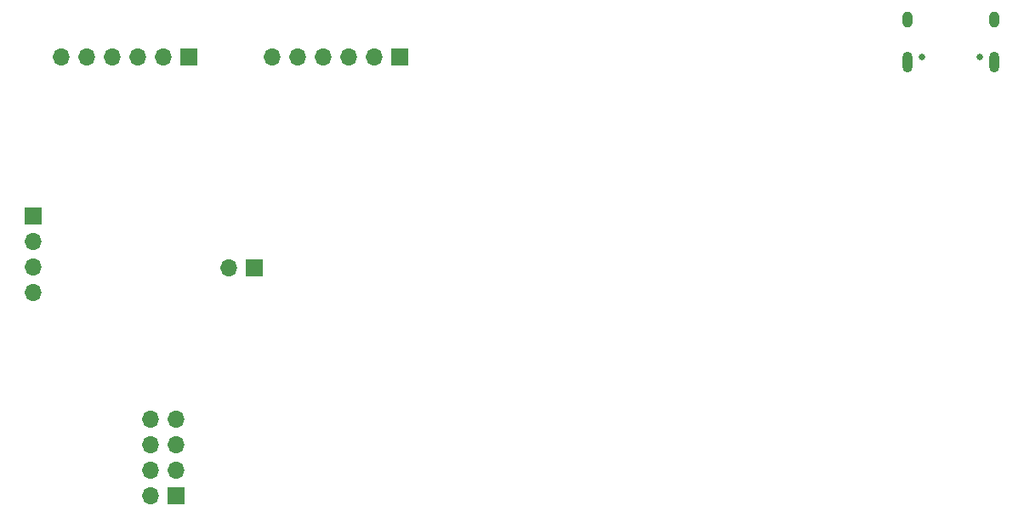
<source format=gbr>
%TF.GenerationSoftware,KiCad,Pcbnew,9.0.7-9.0.7~ubuntu24.04.1*%
%TF.CreationDate,2026-01-18T13:54:18+05:30*%
%TF.ProjectId,fpga_dev_board,66706761-5f64-4657-965f-626f6172642e,rev?*%
%TF.SameCoordinates,Original*%
%TF.FileFunction,Soldermask,Bot*%
%TF.FilePolarity,Negative*%
%FSLAX46Y46*%
G04 Gerber Fmt 4.6, Leading zero omitted, Abs format (unit mm)*
G04 Created by KiCad (PCBNEW 9.0.7-9.0.7~ubuntu24.04.1) date 2026-01-18 13:54:18*
%MOMM*%
%LPD*%
G01*
G04 APERTURE LIST*
%ADD10R,1.700000X1.700000*%
%ADD11O,1.700000X1.700000*%
%ADD12C,0.650000*%
%ADD13O,1.000000X2.100000*%
%ADD14O,1.000000X1.600000*%
G04 APERTURE END LIST*
D10*
%TO.C,J4*%
X159500000Y-96000000D03*
D11*
X156960000Y-96000000D03*
X154420000Y-96000000D03*
X151880000Y-96000000D03*
X149340000Y-96000000D03*
X146800000Y-96000000D03*
%TD*%
D10*
%TO.C,J6*%
X145040000Y-117000000D03*
D11*
X142500000Y-117000000D03*
%TD*%
D10*
%TO.C,J3*%
X137290000Y-139750000D03*
D11*
X134750000Y-139750000D03*
X137290000Y-137210000D03*
X134750000Y-137210000D03*
X137290000Y-134670000D03*
X134750000Y-134670000D03*
X137290000Y-132130000D03*
X134750000Y-132130000D03*
%TD*%
D10*
%TO.C,J5*%
X123000000Y-111880000D03*
D11*
X123000000Y-114420000D03*
X123000000Y-116960000D03*
X123000000Y-119500000D03*
%TD*%
D12*
%TO.C,J1*%
X217280000Y-96000000D03*
X211500000Y-96000000D03*
D13*
X218710000Y-96500000D03*
D14*
X218710000Y-92320000D03*
D13*
X210070000Y-96500000D03*
D14*
X210070000Y-92320000D03*
%TD*%
D10*
%TO.C,J2*%
X138540000Y-96000000D03*
D11*
X136000000Y-96000000D03*
X133460000Y-96000000D03*
X130920000Y-96000000D03*
X128380000Y-96000000D03*
X125840000Y-96000000D03*
%TD*%
M02*

</source>
